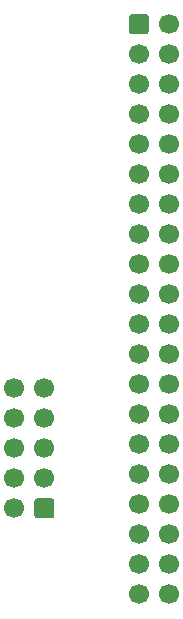
<source format=gts>
G04 #@! TF.GenerationSoftware,KiCad,Pcbnew,5.99.0-unknown-15c4a7b06~104~ubuntu18.04.1*
G04 #@! TF.CreationDate,2020-09-30T21:22:49+01:00*
G04 #@! TF.ProjectId,nesta proto adapter,6e657374-6120-4707-926f-746f20616461,rev?*
G04 #@! TF.SameCoordinates,Original*
G04 #@! TF.FileFunction,Soldermask,Top*
G04 #@! TF.FilePolarity,Negative*
%FSLAX46Y46*%
G04 Gerber Fmt 4.6, Leading zero omitted, Abs format (unit mm)*
G04 Created by KiCad (PCBNEW 5.99.0-unknown-15c4a7b06~104~ubuntu18.04.1) date 2020-09-30 21:22:49*
%MOMM*%
%LPD*%
G01*
G04 APERTURE LIST*
%ADD10C,1.700000*%
G04 APERTURE END LIST*
G36*
G01*
X136650000Y-81100000D02*
X136650000Y-79900000D01*
G75*
G02*
X136900000Y-79650000I250000J0D01*
G01*
X138100000Y-79650000D01*
G75*
G02*
X138350000Y-79900000I0J-250000D01*
G01*
X138350000Y-81100000D01*
G75*
G02*
X138100000Y-81350000I-250000J0D01*
G01*
X136900000Y-81350000D01*
G75*
G02*
X136650000Y-81100000I0J250000D01*
G01*
G37*
D10*
X140040000Y-80500000D03*
X137500000Y-83040000D03*
X140040000Y-83040000D03*
X137500000Y-85580000D03*
X140040000Y-85580000D03*
X137500000Y-88120000D03*
X140040000Y-88120000D03*
X137500000Y-90660000D03*
X140040000Y-90660000D03*
X137500000Y-93200000D03*
X140040000Y-93200000D03*
X137500000Y-95740000D03*
X140040000Y-95740000D03*
X137500000Y-98280000D03*
X140040000Y-98280000D03*
X137500000Y-100820000D03*
X140040000Y-100820000D03*
X137500000Y-103360000D03*
X140040000Y-103360000D03*
X137500000Y-105900000D03*
X140040000Y-105900000D03*
X137500000Y-108440000D03*
X140040000Y-108440000D03*
X137500000Y-110980000D03*
X140040000Y-110980000D03*
X137500000Y-113520000D03*
X140040000Y-113520000D03*
X137500000Y-116060000D03*
X140040000Y-116060000D03*
X137500000Y-118600000D03*
X140040000Y-118600000D03*
X137500000Y-121140000D03*
X140040000Y-121140000D03*
X137500000Y-123680000D03*
X140040000Y-123680000D03*
X137500000Y-126220000D03*
X140040000Y-126220000D03*
X137500000Y-128760000D03*
X140040000Y-128760000D03*
G36*
G01*
X130350000Y-120900000D02*
X130350000Y-122100000D01*
G75*
G02*
X130100000Y-122350000I-250000J0D01*
G01*
X128900000Y-122350000D01*
G75*
G02*
X128650000Y-122100000I0J250000D01*
G01*
X128650000Y-120900000D01*
G75*
G02*
X128900000Y-120650000I250000J0D01*
G01*
X130100000Y-120650000D01*
G75*
G02*
X130350000Y-120900000I0J-250000D01*
G01*
G37*
X126960000Y-121500000D03*
X129500000Y-118960000D03*
X126960000Y-118960000D03*
X129500000Y-116420000D03*
X126960000Y-116420000D03*
X129500000Y-113880000D03*
X126960000Y-113880000D03*
X129500000Y-111340000D03*
X126960000Y-111340000D03*
M02*

</source>
